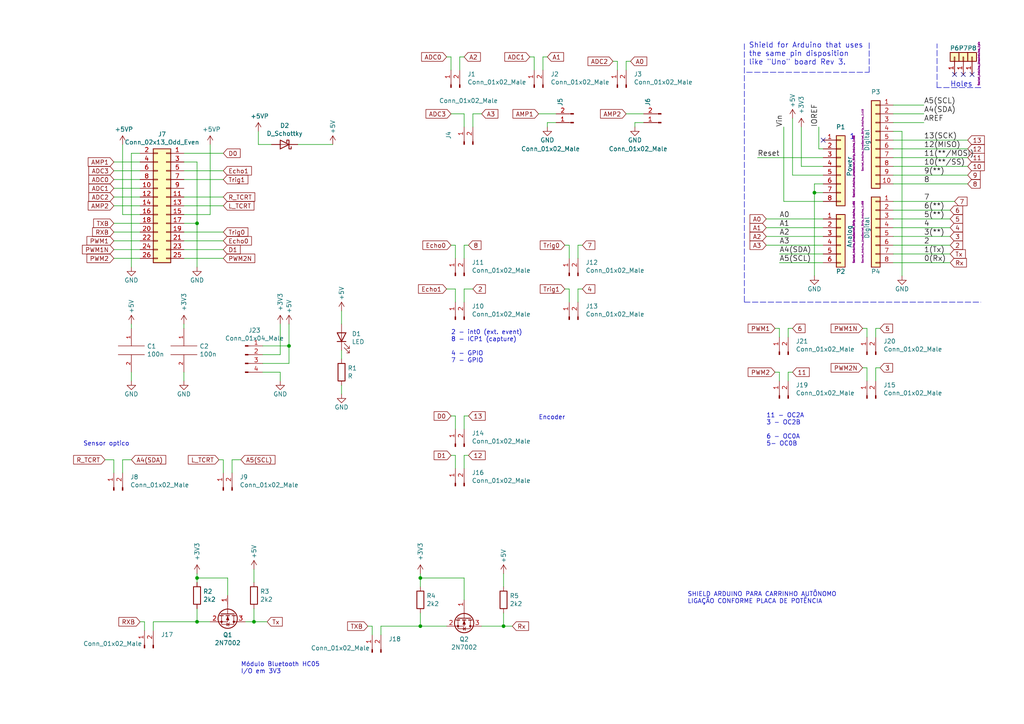
<source format=kicad_sch>
(kicad_sch (version 20231120) (generator "eeschema") (generator_version "8.0")
  (paper "A4")
  (title_block (date "lun. 30 mars 2015"))
  (lib_symbols
    (symbol "Connector:Conn_01x02_Male" (pin_names (offset 1.016) hide)
      (property "Reference" "J" (at 0 2.54 0))
      (property "Value" "Conn_01x02_Male" (at 0 -5.08 0))
      (symbol "Conn_01x02_Male_1_1"
        (pin passive line (at 5.08 0 180) (length 3.81) (name "Pin_1") (number "1"))
        (pin passive line (at 5.08 -2.54 180) (length 3.81) (name "Pin_2") (number "2"))
      )
    )
    (symbol "Connector:Conn_01x04_Male" (pin_names (offset 1.016) hide)
      (property "Reference" "J" (at 0 5.08 0))
      (property "Value" "Conn_01x04_Male" (at 0 -7.62 0))
      (symbol "Conn_01x04_Male_1_1"
        (pin passive line (at 5.08 2.54 180) (length 3.81) (name "Pin_1") (number "1"))
        (pin passive line (at 5.08 0 180) (length 3.81) (name "Pin_2") (number "2"))
        (pin passive line (at 5.08 -2.54 180) (length 3.81) (name "Pin_3") (number "3"))
        (pin passive line (at 5.08 -5.08 180) (length 3.81) (name "Pin_4") (number "4"))
      )
    )
    (symbol "Connector_Generic:Conn_01x01" (pin_names (offset 1.016) hide)
      (property "Reference" "J" (at 0 2.54 0))
      (property "Value" "Conn_01x01" (at 0 -2.54 0))
      (symbol "Conn_01x01_1_1"
        (pin passive line (at -5.08 0 0) (length 3.81) (name "Pin_1") (number "1"))
      )
    )
    (symbol "Connector_Generic:Conn_01x06" (pin_names (offset 1.016) hide)
      (property "Reference" "J" (at 0 7.62 0))
      (property "Value" "Conn_01x06" (at 0 -10.16 0))
      (symbol "Conn_01x06_1_1"
        (pin passive line (at -5.08 5.08 0) (length 3.81) (name "Pin_1") (number "1"))
        (pin passive line (at -5.08 2.54 0) (length 3.81) (name "Pin_2") (number "2"))
        (pin passive line (at -5.08 0 0) (length 3.81) (name "Pin_3") (number "3"))
        (pin passive line (at -5.08 -2.54 0) (length 3.81) (name "Pin_4") (number "4"))
        (pin passive line (at -5.08 -5.08 0) (length 3.81) (name "Pin_5") (number "5"))
        (pin passive line (at -5.08 -7.62 0) (length 3.81) (name "Pin_6") (number "6"))
      )
    )
    (symbol "Connector_Generic:Conn_01x08" (pin_names (offset 1.016) hide)
      (property "Reference" "J" (at 0 10.16 0))
      (property "Value" "Conn_01x08" (at 0 -12.7 0))
      (symbol "Conn_01x08_1_1"
        (pin passive line (at -5.08 7.62 0) (length 3.81) (name "Pin_1") (number "1"))
        (pin passive line (at -5.08 5.08 0) (length 3.81) (name "Pin_2") (number "2"))
        (pin passive line (at -5.08 2.54 0) (length 3.81) (name "Pin_3") (number "3"))
        (pin passive line (at -5.08 0 0) (length 3.81) (name "Pin_4") (number "4"))
        (pin passive line (at -5.08 -2.54 0) (length 3.81) (name "Pin_5") (number "5"))
        (pin passive line (at -5.08 -5.08 0) (length 3.81) (name "Pin_6") (number "6"))
        (pin passive line (at -5.08 -7.62 0) (length 3.81) (name "Pin_7") (number "7"))
        (pin passive line (at -5.08 -10.16 0) (length 3.81) (name "Pin_8") (number "8"))
      )
    )
    (symbol "Connector_Generic:Conn_01x10" (pin_names (offset 1.016) hide)
      (property "Reference" "J" (at 0 12.7 0))
      (property "Value" "Conn_01x10" (at 0 -15.24 0))
      (symbol "Conn_01x10_1_1"
        (pin passive line (at -5.08 10.16 0) (length 3.81) (name "Pin_1") (number "1"))
        (pin passive line (at -5.08 -12.7 0) (length 3.81) (name "Pin_10") (number "10"))
        (pin passive line (at -5.08 7.62 0) (length 3.81) (name "Pin_2") (number "2"))
        (pin passive line (at -5.08 5.08 0) (length 3.81) (name "Pin_3") (number "3"))
        (pin passive line (at -5.08 2.54 0) (length 3.81) (name "Pin_4") (number "4"))
        (pin passive line (at -5.08 0 0) (length 3.81) (name "Pin_5") (number "5"))
        (pin passive line (at -5.08 -2.54 0) (length 3.81) (name "Pin_6") (number "6"))
        (pin passive line (at -5.08 -5.08 0) (length 3.81) (name "Pin_7") (number "7"))
        (pin passive line (at -5.08 -7.62 0) (length 3.81) (name "Pin_8") (number "8"))
        (pin passive line (at -5.08 -10.16 0) (length 3.81) (name "Pin_9") (number "9"))
      )
    )
    (symbol "Connector_Generic:Conn_02x13_Odd_Even" (pin_names (offset 1.016) hide)
      (property "Reference" "J" (at 1.27 17.78 0))
      (property "Value" "Conn_02x13_Odd_Even" (at 1.27 -17.78 0))
      (symbol "Conn_02x13_Odd_Even_1_1"
        (pin passive line (at -5.08 15.24 0) (length 3.81) (name "Pin_1") (number "1"))
        (pin passive line (at 7.62 5.08 180) (length 3.81) (name "Pin_10") (number "10"))
        (pin passive line (at -5.08 2.54 0) (length 3.81) (name "Pin_11") (number "11"))
        (pin passive line (at 7.62 2.54 180) (length 3.81) (name "Pin_12") (number "12"))
        (pin passive line (at -5.08 0 0) (length 3.81) (name "Pin_13") (number "13"))
        (pin passive line (at 7.62 0 180) (length 3.81) (name "Pin_14") (number "14"))
        (pin passive line (at -5.08 -2.54 0) (length 3.81) (name "Pin_15") (number "15"))
        (pin passive line (at 7.62 -2.54 180) (length 3.81) (name "Pin_16") (number "16"))
        (pin passive line (at -5.08 -5.08 0) (length 3.81) (name "Pin_17") (number "17"))
        (pin passive line (at 7.62 -5.08 180) (length 3.81) (name "Pin_18") (number "18"))
        (pin passive line (at -5.08 -7.62 0) (length 3.81) (name "Pin_19") (number "19"))
        (pin passive line (at 7.62 15.24 180) (length 3.81) (name "Pin_2") (number "2"))
        (pin passive line (at 7.62 -7.62 180) (length 3.81) (name "Pin_20") (number "20"))
        (pin passive line (at -5.08 -10.16 0) (length 3.81) (name "Pin_21") (number "21"))
        (pin passive line (at 7.62 -10.16 180) (length 3.81) (name "Pin_22") (number "22"))
        (pin passive line (at -5.08 -12.7 0) (length 3.81) (name "Pin_23") (number "23"))
        (pin passive line (at 7.62 -12.7 180) (length 3.81) (name "Pin_24") (number "24"))
        (pin passive line (at -5.08 -15.24 0) (length 3.81) (name "Pin_25") (number "25"))
        (pin passive line (at 7.62 -15.24 180) (length 3.81) (name "Pin_26") (number "26"))
        (pin passive line (at -5.08 12.7 0) (length 3.81) (name "Pin_3") (number "3"))
        (pin passive line (at 7.62 12.7 180) (length 3.81) (name "Pin_4") (number "4"))
        (pin passive line (at -5.08 10.16 0) (length 3.81) (name "Pin_5") (number "5"))
        (pin passive line (at 7.62 10.16 180) (length 3.81) (name "Pin_6") (number "6"))
        (pin passive line (at -5.08 7.62 0) (length 3.81) (name "Pin_7") (number "7"))
        (pin passive line (at 7.62 7.62 180) (length 3.81) (name "Pin_8") (number "8"))
        (pin passive line (at -5.08 5.08 0) (length 3.81) (name "Pin_9") (number "9"))
      )
    )
    (symbol "Device:D_Schottky" (pin_numbers hide) (pin_names (offset 1.016) hide)
      (property "Reference" "D" (at 0 2.54 0))
      (property "Value" "D_Schottky" (at 0 -2.54 0))
      (symbol "D_Schottky_1_1"
        (pin passive line (at -3.81 0 0) (length 2.54) (name "K") (number "1"))
        (pin passive line (at 3.81 0 180) (length 2.54) (name "A") (number "2"))
      )
    )
    (symbol "Device:LED" (pin_numbers hide) (pin_names (offset 1.016) hide)
      (property "Reference" "D" (at 0 2.54 0))
      (property "Value" "LED" (at 0 -2.54 0))
      (symbol "LED_1_1"
        (pin passive line (at -3.81 0 0) (length 2.54) (name "K") (number "1"))
        (pin passive line (at 3.81 0 180) (length 2.54) (name "A") (number "2"))
      )
    )
    (symbol "Device:R" (pin_numbers hide) (pin_names (offset 0))
      (property "Reference" "R" (at 2.032 0 90))
      (property "Value" "R" (at 0 0 90))
      (symbol "R_1_1"
        (pin passive line (at 0 3.81 270) (length 1.27) (name "~") (number "1"))
        (pin passive line (at 0 -3.81 90) (length 1.27) (name "~") (number "2"))
      )
    )
    (symbol "Transistor_FET:2N7002" (pin_names hide)
      (property "Reference" "Q" (at 5.08 1.905 0))
      (property "Value" "2N7002" (at 5.08 0 0))
      (symbol "2N7002_1_1"
        (pin input line (at -5.08 0 0) (length 2.54) (name "G") (number "1"))
        (pin passive line (at 2.54 -5.08 90) (length 2.54) (name "S") (number "2"))
        (pin passive line (at 2.54 5.08 270) (length 2.54) (name "D") (number "3"))
      )
    )
    (symbol "power:+3.3V" (power) (pin_names (offset 0))
      (property "Value" "+3.3V" (at 0 3.556 0))
      (symbol "+3.3V_1_1"
        (pin power_in line (at 0 0 90) (length 0) hide (name "+3V3") (number "1"))
      )
    )
    (symbol "power:+5V" (power) (pin_names (offset 0))
      (property "Value" "+5V" (at 0 3.556 0))
      (symbol "+5V_1_1"
        (pin power_in line (at 0 0 90) (length 0) hide (name "+5V") (number "1"))
      )
    )
    (symbol "power:+5VP" (power) (pin_names (offset 0))
      (property "Value" "+5VP" (at 0 3.556 0))
      (symbol "+5VP_1_1"
        (pin power_in line (at 0 0 90) (length 0) hide (name "+5VP") (number "1"))
      )
    )
    (symbol "power:GND" (power) (pin_names (offset 0))
      (property "Value" "GND" (at 0 -3.81 0))
      (symbol "GND_1_1"
        (pin power_in line (at 0 0 270) (length 0) hide (name "GND") (number "1"))
      )
    )
    (symbol "pspice:CAP" (pin_names (offset 0.254))
      (property "Reference" "C" (at 2.54 3.81 90))
      (property "Value" "CAP" (at 2.54 -3.81 90))
      (symbol "CAP_1_1"
        (pin passive line (at 0 6.35 270) (length 5.08) (name "~") (number "1"))
        (pin passive line (at 0 -6.35 90) (length 5.08) (name "~") (number "2"))
      )
    )
  )
  (junction (at 146.05 181.61))
  (junction (at 121.92 167.64))
  (junction (at 57.15 167.64))
  (junction (at 73.66 180.34))
  (junction (at 57.15 180.34))
  (junction (at 83.82 100.33))
  (junction (at 57.15 64.77))
  (junction (at 236.22 55.88))
  (junction (at 121.92 181.61))
  (no_connect (at 276.86 21.59))
  (no_connect (at 238.76 40.64))
  (no_connect (at 281.94 21.59))
  (no_connect (at 279.4 21.59))
  (wire (pts (xy 44.45 180.34) (xy 44.45 182.88)))
  (wire (pts (xy 158.75 35.56) (xy 161.29 35.56)))
  (wire (pts (xy 107.95 181.61) (xy 107.95 184.15)))
  (wire (pts (xy 40.64 64.77) (xy 33.02 64.77)))
  (wire (pts (xy 121.92 166.37) (xy 121.92 167.64)))
  (wire (pts (xy 259.08 38.1) (xy 261.62 38.1)))
  (wire (pts (xy 254 95.25) (xy 254 97.79)))
  (wire (pts (xy 76.2 102.87) (xy 81.28 102.87)))
  (polyline (pts (xy 215.9 87.63) (xy 284.48 87.63)) (stroke (width 0) (type dash)))
  (wire (pts (xy 129.54 181.61) (xy 121.92 181.61)))
  (wire (pts (xy 35.56 133.35) (xy 35.56 137.16)))
  (wire (pts (xy 129.54 16.51) (xy 130.81 16.51)))
  (wire (pts (xy 40.64 62.23) (xy 35.56 62.23)))
  (wire (pts (xy 132.08 132.08) (xy 132.08 135.89)))
  (wire (pts (xy 38.1 93.98) (xy 38.1 95.25)))
  (wire (pts (xy 66.04 167.64) (xy 66.04 172.72)))
  (wire (pts (xy 238.76 58.42) (xy 227.33 58.42)))
  (wire (pts (xy 238.76 45.72) (xy 219.71 45.72)))
  (wire (pts (xy 132.08 83.82) (xy 129.54 83.82)))
  (wire (pts (xy 224.79 107.95) (xy 226.06 107.95)))
  (wire (pts (xy 64.77 67.31) (xy 53.34 67.31)))
  (wire (pts (xy 228.6 107.95) (xy 228.6 110.49)))
  (wire (pts (xy 130.81 132.08) (xy 132.08 132.08)))
  (wire (pts (xy 238.76 53.34) (xy 236.22 53.34)))
  (wire (pts (xy 130.81 16.51) (xy 130.81 20.32)))
  (wire (pts (xy 78.74 41.91) (xy 74.93 41.91)))
  (wire (pts (xy 76.2 105.41) (xy 83.82 105.41)))
  (wire (pts (xy 57.15 168.91) (xy 57.15 167.64)))
  (wire (pts (xy 168.91 83.82) (xy 167.64 83.82)))
  (wire (pts (xy 238.76 55.88) (xy 236.22 55.88)))
  (wire (pts (xy 40.64 180.34) (xy 41.91 180.34)))
  (wire (pts (xy 33.02 74.93) (xy 40.64 74.93)))
  (wire (pts (xy 86.36 41.91) (xy 96.52 41.91)))
  (wire (pts (xy 261.62 38.1) (xy 261.62 80.01)))
  (wire (pts (xy 83.82 105.41) (xy 83.82 100.33)))
  (wire (pts (xy 99.06 101.6) (xy 99.06 104.14)))
  (wire (pts (xy 177.8 17.78) (xy 179.07 17.78)))
  (wire (pts (xy 259.08 50.8) (xy 280.67 50.8)))
  (wire (pts (xy 57.15 64.77) (xy 57.15 77.47)))
  (wire (pts (xy 259.08 71.12) (xy 275.59 71.12)))
  (wire (pts (xy 53.34 52.07) (xy 64.77 52.07)))
  (wire (pts (xy 135.89 132.08) (xy 134.62 132.08)))
  (wire (pts (xy 57.15 46.99) (xy 57.15 64.77)))
  (wire (pts (xy 157.48 16.51) (xy 157.48 20.32)))
  (wire (pts (xy 134.62 83.82) (xy 134.62 87.63)))
  (wire (pts (xy 154.94 16.51) (xy 154.94 20.32)))
  (wire (pts (xy 67.31 133.35) (xy 67.31 137.16)))
  (wire (pts (xy 64.77 44.45) (xy 53.34 44.45)))
  (wire (pts (xy 71.12 180.34) (xy 73.66 180.34)))
  (wire (pts (xy 38.1 77.47) (xy 38.1 44.45)))
  (wire (pts (xy 259.08 68.58) (xy 275.59 68.58)))
  (wire (pts (xy 81.28 107.95) (xy 81.28 110.49)))
  (polyline (pts (xy 271.78 25.4) (xy 271.78 12.7)) (stroke (width 0) (type dash)))
  (wire (pts (xy 250.19 106.68) (xy 251.46 106.68)))
  (wire (pts (xy 99.06 90.17) (xy 99.06 93.98)))
  (wire (pts (xy 53.34 62.23) (xy 60.96 62.23)))
  (wire (pts (xy 250.19 95.25) (xy 251.46 95.25)))
  (wire (pts (xy 53.34 69.85) (xy 64.77 69.85)))
  (wire (pts (xy 53.34 46.99) (xy 57.15 46.99)))
  (wire (pts (xy 167.64 83.82) (xy 167.64 87.63)))
  (wire (pts (xy 259.08 48.26) (xy 280.67 48.26)))
  (wire (pts (xy 238.76 73.66) (xy 226.06 73.66)))
  (wire (pts (xy 33.02 49.53) (xy 40.64 49.53)))
  (wire (pts (xy 137.16 83.82) (xy 134.62 83.82)))
  (wire (pts (xy 237.49 36.83) (xy 237.49 43.18)))
  (wire (pts (xy 238.76 76.2) (xy 226.06 76.2)))
  (wire (pts (xy 33.02 46.99) (xy 40.64 46.99)))
  (wire (pts (xy 259.08 73.66) (xy 275.59 73.66)))
  (wire (pts (xy 121.92 177.8) (xy 121.92 181.61)))
  (wire (pts (xy 139.7 33.02) (xy 137.16 33.02)))
  (wire (pts (xy 132.08 120.65) (xy 132.08 124.46)))
  (wire (pts (xy 259.08 35.56) (xy 267.97 35.56)))
  (wire (pts (xy 53.34 93.98) (xy 53.34 95.25)))
  (wire (pts (xy 53.34 64.77) (xy 57.15 64.77)))
  (wire (pts (xy 134.62 71.12) (xy 135.89 71.12)))
  (polyline (pts (xy 216.535 20.955) (xy 252.095 20.955)) (stroke (width 0) (type dash)))
  (wire (pts (xy 222.25 66.04) (xy 238.76 66.04)))
  (wire (pts (xy 130.81 120.65) (xy 132.08 120.65)))
  (wire (pts (xy 238.76 48.26) (xy 232.41 48.26)))
  (wire (pts (xy 222.25 68.58) (xy 238.76 68.58)))
  (wire (pts (xy 182.88 17.78) (xy 181.61 17.78)))
  (wire (pts (xy 74.93 41.91) (xy 74.93 38.1)))
  (wire (pts (xy 130.81 71.12) (xy 132.08 71.12)))
  (wire (pts (xy 33.02 67.31) (xy 40.64 67.31)))
  (wire (pts (xy 57.15 180.34) (xy 57.15 176.53)))
  (wire (pts (xy 99.06 111.76) (xy 99.06 114.3)))
  (wire (pts (xy 259.08 60.96) (xy 275.59 60.96)))
  (wire (pts (xy 33.02 54.61) (xy 40.64 54.61)))
  (wire (pts (xy 132.08 71.12) (xy 132.08 74.93)))
  (wire (pts (xy 259.08 66.04) (xy 275.59 66.04)))
  (wire (pts (xy 259.08 45.72) (xy 280.67 45.72)))
  (wire (pts (xy 57.15 167.64) (xy 57.15 166.37)))
  (wire (pts (xy 53.34 107.95) (xy 53.34 110.49)))
  (wire (pts (xy 229.87 50.8) (xy 229.87 34.29)))
  (wire (pts (xy 38.1 107.95) (xy 38.1 110.49)))
  (wire (pts (xy 33.02 59.69) (xy 40.64 59.69)))
  (wire (pts (xy 146.05 181.61) (xy 146.05 177.8)))
  (wire (pts (xy 53.34 57.15) (xy 64.77 57.15)))
  (wire (pts (xy 137.16 33.02) (xy 137.16 36.83)))
  (wire (pts (xy 134.62 33.02) (xy 134.62 36.83)))
  (wire (pts (xy 40.64 72.39) (xy 33.02 72.39)))
  (wire (pts (xy 134.62 120.65) (xy 134.62 124.46)))
  (wire (pts (xy 60.96 62.23) (xy 60.96 41.91)))
  (polyline (pts (xy 284.48 25.4) (xy 271.78 25.4)) (stroke (width 0) (type dash)))
  (wire (pts (xy 232.41 48.26) (xy 232.41 36.83)))
  (wire (pts (xy 259.08 58.42) (xy 276.86 58.42)))
  (wire (pts (xy 134.62 132.08) (xy 134.62 135.89)))
  (wire (pts (xy 64.77 72.39) (xy 53.34 72.39)))
  (wire (pts (xy 259.08 33.02) (xy 267.97 33.02)))
  (wire (pts (xy 35.56 62.23) (xy 35.56 41.91)))
  (wire (pts (xy 121.92 167.64) (xy 134.62 167.64)))
  (wire (pts (xy 57.15 167.64) (xy 66.04 167.64)))
  (wire (pts (xy 226.06 95.25) (xy 226.06 97.79)))
  (wire (pts (xy 227.33 58.42) (xy 227.33 36.83)))
  (wire (pts (xy 163.83 83.82) (xy 165.1 83.82)))
  (wire (pts (xy 53.34 59.69) (xy 64.77 59.69)))
  (wire (pts (xy 76.2 100.33) (xy 83.82 100.33)))
  (wire (pts (xy 81.28 102.87) (xy 81.28 93.98)))
  (wire (pts (xy 259.08 53.34) (xy 280.67 53.34)))
  (wire (pts (xy 130.81 33.02) (xy 134.62 33.02)))
  (wire (pts (xy 38.1 44.45) (xy 40.64 44.45)))
  (wire (pts (xy 236.22 53.34) (xy 236.22 55.88)))
  (wire (pts (xy 181.61 33.02) (xy 186.69 33.02)))
  (wire (pts (xy 255.27 95.25) (xy 254 95.25)))
  (wire (pts (xy 35.56 133.35) (xy 38.1 133.35)))
  (wire (pts (xy 259.08 43.18) (xy 280.67 43.18)))
  (wire (pts (xy 41.91 180.34) (xy 41.91 182.88)))
  (wire (pts (xy 134.62 74.93) (xy 134.62 71.12)))
  (wire (pts (xy 64.77 49.53) (xy 53.34 49.53)))
  (wire (pts (xy 153.67 16.51) (xy 154.94 16.51)))
  (wire (pts (xy 73.66 180.34) (xy 73.66 176.53)))
  (wire (pts (xy 106.68 181.61) (xy 107.95 181.61)))
  (wire (pts (xy 237.49 43.18) (xy 238.76 43.18)))
  (wire (pts (xy 53.34 74.93) (xy 64.77 74.93)))
  (wire (pts (xy 64.77 133.35) (xy 64.77 137.16)))
  (wire (pts (xy 167.64 74.93) (xy 167.64 71.12)))
  (wire (pts (xy 259.08 40.64) (xy 280.67 40.64)))
  (wire (pts (xy 167.64 71.12) (xy 168.91 71.12)))
  (wire (pts (xy 184.15 36.83) (xy 184.15 35.56)))
  (wire (pts (xy 229.87 107.95) (xy 228.6 107.95)))
  (wire (pts (xy 110.49 181.61) (xy 110.49 184.15)))
  (wire (pts (xy 222.25 63.5) (xy 238.76 63.5)))
  (polyline (pts (xy 252.095 20.955) (xy 252.095 12.065)) (stroke (width 0) (type dash)))
  (wire (pts (xy 146.05 166.37) (xy 146.05 170.18)))
  (wire (pts (xy 229.87 95.25) (xy 228.6 95.25)))
  (wire (pts (xy 33.02 133.35) (xy 33.02 137.16)))
  (wire (pts (xy 226.06 107.95) (xy 226.06 110.49)))
  (wire (pts (xy 30.48 133.35) (xy 33.02 133.35)))
  (wire (pts (xy 156.21 33.02) (xy 161.29 33.02)))
  (wire (pts (xy 133.35 16.51) (xy 133.35 20.32)))
  (wire (pts (xy 76.2 107.95) (xy 81.28 107.95)))
  (wire (pts (xy 184.15 35.56) (xy 186.69 35.56)))
  (wire (pts (xy 134.62 167.64) (xy 134.62 173.99)))
  (wire (pts (xy 121.92 167.64) (xy 121.92 170.18)))
  (wire (pts (xy 165.1 83.82) (xy 165.1 87.63)))
  (wire (pts (xy 132.08 87.63) (xy 132.08 83.82)))
  (wire (pts (xy 238.76 50.8) (xy 229.87 50.8)))
  (wire (pts (xy 259.08 30.48) (xy 267.97 30.48)))
  (wire (pts (xy 251.46 106.68) (xy 251.46 110.49)))
  (wire (pts (xy 259.08 76.2) (xy 275.59 76.2)))
  (wire (pts (xy 146.05 181.61) (xy 148.59 181.61)))
  (wire (pts (xy 139.7 181.61) (xy 146.05 181.61)))
  (wire (pts (xy 134.62 16.51) (xy 133.35 16.51)))
  (wire (pts (xy 251.46 95.25) (xy 251.46 97.79)))
  (wire (pts (xy 110.49 181.61) (xy 121.92 181.61)))
  (wire (pts (xy 83.82 100.33) (xy 83.82 93.98)))
  (wire (pts (xy 63.5 133.35) (xy 64.77 133.35)))
  (wire (pts (xy 135.89 120.65) (xy 134.62 120.65)))
  (wire (pts (xy 33.02 52.07) (xy 40.64 52.07)))
  (wire (pts (xy 236.22 55.88) (xy 236.22 80.01)))
  (wire (pts (xy 33.02 69.85) (xy 40.64 69.85)))
  (wire (pts (xy 163.83 71.12) (xy 165.1 71.12)))
  (wire (pts (xy 255.27 106.68) (xy 254 106.68)))
  (wire (pts (xy 40.64 57.15) (xy 33.02 57.15)))
  (wire (pts (xy 44.45 180.34) (xy 57.15 180.34)))
  (polyline (pts (xy 215.9 12.7) (xy 215.9 87.63)) (stroke (width 0) (type dash)))
  (wire (pts (xy 165.1 71.12) (xy 165.1 74.93)))
  (wire (pts (xy 60.96 180.34) (xy 57.15 180.34)))
  (wire (pts (xy 73.66 180.34) (xy 77.47 180.34)))
  (wire (pts (xy 222.25 71.12) (xy 238.76 71.12)))
  (wire (pts (xy 181.61 17.78) (xy 181.61 20.32)))
  (wire (pts (xy 73.66 168.91) (xy 73.66 165.1)))
  (wire (pts (xy 254 106.68) (xy 254 110.49)))
  (wire (pts (xy 259.08 63.5) (xy 275.59 63.5)))
  (wire (pts (xy 179.07 17.78) (xy 179.07 20.32)))
  (wire (pts (xy 158.75 16.51) (xy 157.48 16.51)))
  (wire (pts (xy 224.79 95.25) (xy 226.06 95.25)))
  (wire (pts (xy 228.6 95.25) (xy 228.6 97.79)))
  (wire (pts (xy 158.75 36.83) (xy 158.75 35.56)))
  (wire (pts (xy 69.85 133.35) (xy 67.31 133.35)))
  (text "11 - OC2A\n3 - OC2B\n\n6 - OC0A\n5- OC0B" (at 222.25 129.54 0) (effects (font (size 1.27 1.27)) (justify left bottom)))
  (text "1" (at 246.38 40.64 0) (effects (font (size 1.524 1.524)) (justify left bottom)))
  (text "Módulo Bluetooth HC05\nI/O em 3V3" (at 69.85 195.58 0) (effects (font (size 1.27 1.27)) (justify left bottom)))
  (text "SHIELD ARDUINO PARA CARRINHO AUTÔNOMO\nLIGAÇÃO CONFORME PLACA DE POTÊNCIA" (at 199.39 175.26 0) (effects (font (size 1.27 1.27)) (justify left bottom)))
  (text "2 - int0 (ext. event)\n8 - ICP1 (capture)\n\n4 - GPIO\n7 - GPIO " (at 130.81 105.41 0) (effects (font (size 1.27 1.27)) (justify left bottom)))
  (text "Encoder" (at 156.21 121.92 0) (effects (font (size 1.27 1.27)) (justify left bottom)))
  (text "Shield for Arduino that uses\nthe same pin disposition\nlike \"Uno\" board Rev 3." (at 217.17 19.05 0) (effects (font (size 1.524 1.524)) (justify left bottom)))
  (text "Sensor optico" (at 24.13 129.54 0) (effects (font (size 1.27 1.27)) (justify left bottom)))
  (text "Holes" (at 275.59 25.4 0) (effects (font (size 1.524 1.524)) (justify left bottom)))
  (label "4" (at 267.97 66.04 0) (effects (font (size 1.524 1.524))))
  (label "1(Tx)" (at 267.97 73.66 0) (effects (font (size 1.524 1.524))))
  (label "IOREF" (at 237.49 36.83 90) (effects (font (size 1.524 1.524))))
  (label "A5(SCL)" (at 267.97 30.48 0) (effects (font (size 1.524 1.524))))
  (label "A1" (at 226.06 66.04 0) (effects (font (size 1.524 1.524))))
  (label "A4(SDA)" (at 267.97 33.02 0) (effects (font (size 1.524 1.524))))
  (label "A0" (at 226.06 63.5 0) (effects (font (size 1.524 1.524))))
  (label "A2" (at 226.06 68.58 0) (effects (font (size 1.524 1.524))))
  (label "6(**)" (at 267.97 60.96 0) (effects (font (size 1.524 1.524))))
  (label "0(Rx)" (at 267.97 76.2 0) (effects (font (size 1.524 1.524))))
  (label "8" (at 267.97 53.34 0) (effects (font (size 1.524 1.524))))
  (label "A4(SDA)" (at 226.06 73.66 0) (effects (font (size 1.524 1.524))))
  (label "Vin" (at 227.33 36.83 90) (effects (font (size 1.524 1.524))))
  (label "A3" (at 226.06 71.12 0) (effects (font (size 1.524 1.524))))
  (label "3(**)" (at 267.97 68.58 0) (effects (font (size 1.524 1.524))))
  (label "7" (at 267.97 58.42 0) (effects (font (size 1.524 1.524))))
  (label "A5(SCL)" (at 226.06 76.2 0) (effects (font (size 1.524 1.524))))
  (label "5(**)" (at 267.97 63.5 0) (effects (font (size 1.524 1.524))))
  (label "Reset" (at 219.71 45.72 0) (effects (font (size 1.524 1.524))))
  (label "2" (at 267.97 71.12 0) (effects (font (size 1.524 1.524))))
  (label "13(SCK)" (at 267.97 40.64 0) (effects (font (size 1.524 1.524))))
  (label "10(**/SS)" (at 267.97 48.26 0) (effects (font (size 1.524 1.524))))
  (label "AREF" (at 267.97 35.56 0) (effects (font (size 1.524 1.524))))
  (label "12(MISO)" (at 267.97 43.18 0) (effects (font (size 1.524 1.524))))
  (label "9(**)" (at 267.97 50.8 0) (effects (font (size 1.524 1.524))))
  (label "11(**/MOSI)" (at 267.97 45.72 0) (effects (font (size 1.524 1.524))))
  (global_label "12" (shape input) (at 135.89 132.08 0) (property "Intersheetrefs" "${INTERSHEET_REFS}" (effects (hide yes))))
  (global_label "A1" (shape input) (at 222.25 66.04 180) (property "Intersheetrefs" "${INTERSHEET_REFS}" (effects (hide yes))))
  (global_label "TXB" (shape input) (at 33.02 64.77 180) (property "Intersheetrefs" "${INTERSHEET_REFS}" (effects (hide yes))))
  (global_label "PWM2N" (shape input) (at 250.19 106.68 180) (property "Intersheetrefs" "${INTERSHEET_REFS}" (effects (hide yes))))
  (global_label "R_TCRT" (shape input) (at 30.48 133.35 180) (property "Intersheetrefs" "${INTERSHEET_REFS}" (effects (hide yes))))
  (global_label "4" (shape input) (at 275.59 66.04 0) (property "Intersheetrefs" "${INTERSHEET_REFS}" (effects (hide yes))))
  (global_label "5" (shape input) (at 275.59 63.5 0) (property "Intersheetrefs" "${INTERSHEET_REFS}" (effects (hide yes))))
  (global_label "ADC3" (shape input) (at 130.81 33.02 180) (property "Intersheetrefs" "${INTERSHEET_REFS}" (effects (hide yes))))
  (global_label "12" (shape input) (at 280.67 43.18 0) (property "Intersheetrefs" "${INTERSHEET_REFS}" (effects (hide yes))))
  (global_label "4" (shape input) (at 168.91 83.82 0) (property "Intersheetrefs" "${INTERSHEET_REFS}" (effects (hide yes))))
  (global_label "11" (shape input) (at 229.87 107.95 0) (property "Intersheetrefs" "${INTERSHEET_REFS}" (effects (hide yes))))
  (global_label "8" (shape input) (at 280.67 53.34 0) (property "Intersheetrefs" "${INTERSHEET_REFS}" (effects (hide yes))))
  (global_label "A4(SDA)" (shape input) (at 38.1 133.35 0) (property "Intersheetrefs" "${INTERSHEET_REFS}" (effects (hide yes))))
  (global_label "ADC3" (shape input) (at 33.02 49.53 180) (property "Intersheetrefs" "${INTERSHEET_REFS}" (effects (hide yes))))
  (global_label "Echo0" (shape input) (at 130.81 71.12 180) (property "Intersheetrefs" "${INTERSHEET_REFS}" (effects (hide yes))))
  (global_label "L_TCRT" (shape input) (at 64.77 59.69 0) (property "Intersheetrefs" "${INTERSHEET_REFS}" (effects (hide yes))))
  (global_label "AMP1" (shape input) (at 33.02 46.99 180) (property "Intersheetrefs" "${INTERSHEET_REFS}" (effects (hide yes))))
  (global_label "ADC2" (shape input) (at 177.8 17.78 180) (property "Intersheetrefs" "${INTERSHEET_REFS}" (effects (hide yes))))
  (global_label "ADC0" (shape input) (at 33.02 52.07 180) (property "Intersheetrefs" "${INTERSHEET_REFS}" (effects (hide yes))))
  (global_label "2" (shape input) (at 275.59 71.12 0) (property "Intersheetrefs" "${INTERSHEET_REFS}" (effects (hide yes))))
  (global_label "TXB" (shape input) (at 106.68 181.61 180) (property "Intersheetrefs" "${INTERSHEET_REFS}" (effects (hide yes))))
  (global_label "A3" (shape input) (at 222.25 71.12 180) (property "Intersheetrefs" "${INTERSHEET_REFS}" (effects (hide yes))))
  (global_label "A0" (shape input) (at 222.25 63.5 180) (property "Intersheetrefs" "${INTERSHEET_REFS}" (effects (hide yes))))
  (global_label "PWM1N" (shape input) (at 33.02 72.39 180) (property "Intersheetrefs" "${INTERSHEET_REFS}" (effects (hide yes))))
  (global_label "9" (shape input) (at 280.67 50.8 0) (property "Intersheetrefs" "${INTERSHEET_REFS}" (effects (hide yes))))
  (global_label "7" (shape input) (at 168.91 71.12 0) (property "Intersheetrefs" "${INTERSHEET_REFS}" (effects (hide yes))))
  (global_label "Trig1" (shape input) (at 163.83 83.82 180) (property "Intersheetrefs" "${INTERSHEET_REFS}" (effects (hide yes))))
  (global_label "PWM2N" (shape input) (at 64.77 74.93 0) (property "Intersheetrefs" "${INTERSHEET_REFS}" (effects (hide yes))))
  (global_label "8" (shape input) (at 135.89 71.12 0) (property "Intersheetrefs" "${INTERSHEET_REFS}" (effects (hide yes))))
  (global_label "2" (shape input) (at 137.16 83.82 0) (property "Intersheetrefs" "${INTERSHEET_REFS}" (effects (hide yes))))
  (global_label "6" (shape input) (at 229.87 95.25 0) (property "Intersheetrefs" "${INTERSHEET_REFS}" (effects (hide yes))))
  (global_label "Rx" (shape input) (at 148.59 181.61 0) (property "Intersheetrefs" "${INTERSHEET_REFS}" (effects (hide yes))))
  (global_label "A5(SCL)" (shape input) (at 69.85 133.35 0) (property "Intersheetrefs" "${INTERSHEET_REFS}" (effects (hide yes))))
  (global_label "Rx" (shape input) (at 275.59 76.2 0) (property "Intersheetrefs" "${INTERSHEET_REFS}" (effects (hide yes))))
  (global_label "13" (shape input) (at 135.89 120.65 0) (property "Intersheetrefs" "${INTERSHEET_REFS}" (effects (hide yes))))
  (global_label "ADC1" (shape input) (at 153.67 16.51 180) (property "Intersheetrefs" "${INTERSHEET_REFS}" (effects (hide yes))))
  (global_label "RXB" (shape input) (at 40.64 180.34 180) (property "Intersheetrefs" "${INTERSHEET_REFS}" (effects (hide yes))))
  (global_label "3" (shape input) (at 275.59 68.58 0) (property "Intersheetrefs" "${INTERSHEET_REFS}" (effects (hide yes))))
  (global_label "7" (shape input) (at 276.86 58.42 0) (property "Intersheetrefs" "${INTERSHEET_REFS}" (effects (hide yes))))
  (global_label "D1" (shape input) (at 130.81 132.08 180) (property "Intersheetrefs" "${INTERSHEET_REFS}" (effects (hide yes))))
  (global_label "A3" (shape input) (at 139.7 33.02 0) (property "Intersheetrefs" "${INTERSHEET_REFS}" (effects (hide yes))))
  (global_label "D0" (shape input) (at 64.77 44.45 0) (property "Intersheetrefs" "${INTERSHEET_REFS}" (effects (hide yes))))
  (global_label "A1" (shape input) (at 158.75 16.51 0) (property "Intersheetrefs" "${INTERSHEET_REFS}" (effects (hide yes))))
  (global_label "Trig0" (shape input) (at 163.83 71.12 180) (property "Intersheetrefs" "${INTERSHEET_REFS}" (effects (hide yes))))
  (global_label "PWM1N" (shape input) (at 250.19 95.25 180) (property "Intersheetrefs" "${INTERSHEET_REFS}" (effects (hide yes))))
  (global_label "3" (shape input) (at 255.27 106.68 0) (property "Intersheetrefs" "${INTERSHEET_REFS}" (effects (hide yes))))
  (global_label "11" (shape input) (at 280.67 45.72 0) (property "Intersheetrefs" "${INTERSHEET_REFS}" (effects (hide yes))))
  (global_label "A2" (shape input) (at 222.25 68.58 180) (property "Intersheetrefs" "${INTERSHEET_REFS}" (effects (hide yes))))
  (global_label "PWM1" (shape input) (at 224.79 95.25 180) (property "Intersheetrefs" "${INTERSHEET_REFS}" (effects (hide yes))))
  (global_label "D0" (shape input) (at 130.81 120.65 180) (property "Intersheetrefs" "${INTERSHEET_REFS}" (effects (hide yes))))
  (global_label "13" (shape input) (at 280.67 40.64 0) (property "Intersheetrefs" "${INTERSHEET_REFS}" (effects (hide yes))))
  (global_label "10" (shape input) (at 280.67 48.26 0) (property "Intersheetrefs" "${INTERSHEET_REFS}" (effects (hide yes))))
  (global_label "ADC0" (shape input) (at 129.54 16.51 180) (property "Intersheetrefs" "${INTERSHEET_REFS}" (effects (hide yes))))
  (global_label "AMP2" (shape input) (at 33.02 59.69 180) (property "Intersheetrefs" "${INTERSHEET_REFS}" (effects (hide yes))))
  (global_label "Echo1" (shape input) (at 64.77 49.53 0) (property "Intersheetrefs" "${INTERSHEET_REFS}" (effects (hide yes))))
  (global_label "Echo1" (shape input) (at 129.54 83.82 180) (property "Intersheetrefs" "${INTERSHEET_REFS}" (effects (hide yes))))
  (global_label "Tx" (shape input) (at 275.59 73.66 0) (property "Intersheetrefs" "${INTERSHEET_REFS}" (effects (hide yes))))
  (global_label "5" (shape input) (at 255.27 95.25 0) (property "Intersheetrefs" "${INTERSHEET_REFS}" (effects (hide yes))))
  (global_label "PWM2" (shape input) (at 33.02 74.93 180) (property "Intersheetrefs" "${INTERSHEET_REFS}" (effects (hide yes))))
  (global_label "A0" (shape input) (at 182.88 17.78 0) (property "Intersheetrefs" "${INTERSHEET_REFS}" (effects (hide yes))))
  (global_label "RXB" (shape input) (at 33.02 67.31 180) (property "Intersheetrefs" "${INTERSHEET_REFS}" (effects (hide yes))))
  (global_label "Trig0" (shape input) (at 64.77 67.31 0) (property "Intersheetrefs" "${INTERSHEET_REFS}" (effects (hide yes))))
  (global_label "AMP2" (shape input) (at 181.61 33.02 180) (property "Intersheetrefs" "${INTERSHEET_REFS}" (effects (hide yes))))
  (global_label "Tx" (shape input) (at 77.47 180.34 0) (property "Intersheetrefs" "${INTERSHEET_REFS}" (effects (hide yes))))
  (global_label "L_TCRT" (shape input) (at 63.5 133.35 180) (property "Intersheetrefs" "${INTERSHEET_REFS}" (effects (hide yes))))
  (global_label "AMP1" (shape input) (at 156.21 33.02 180) (property "Intersheetrefs" "${INTERSHEET_REFS}" (effects (hide yes))))
  (global_label "A2" (shape input) (at 134.62 16.51 0) (property "Intersheetrefs" "${INTERSHEET_REFS}" (effects (hide yes))))
  (global_label "6" (shape input) (at 275.59 60.96 0) (property "Intersheetrefs" "${INTERSHEET_REFS}" (effects (hide yes))))
  (global_label "ADC2" (shape input) (at 33.02 57.15 180) (property "Intersheetrefs" "${INTERSHEET_REFS}" (effects (hide yes))))
  (global_label "D1" (shape input) (at 64.77 72.39 0) (property "Intersheetrefs" "${INTERSHEET_REFS}" (effects (hide yes))))
  (global_label "R_TCRT" (shape input) (at 64.77 57.15 0) (property "Intersheetrefs" "${INTERSHEET_REFS}" (effects (hide yes))))
  (global_label "PWM1" (shape input) (at 33.02 69.85 180) (property "Intersheetrefs" "${INTERSHEET_REFS}" (effects (hide yes))))
  (global_label "ADC1" (shape input) (at 33.02 54.61 180) (property "Intersheetrefs" "${INTERSHEET_REFS}" (effects (hide yes))))
  (global_label "Trig1" (shape input) (at 64.77 52.07 0) (property "Intersheetrefs" "${INTERSHEET_REFS}" (effects (hide yes))))
  (global_label "Echo0" (shape input) (at 64.77 69.85 0) (property "Intersheetrefs" "${INTERSHEET_REFS}" (effects (hide yes))))
  (global_label "PWM2" (shape input) (at 224.79 107.95 180) (property "Intersheetrefs" "${INTERSHEET_REFS}" (effects (hide yes))))
  (symbol (lib_id "Connector_Generic:Conn_01x08") (at 243.84 48.26 0) (unit 1)
    (property "Reference" "P1" (at 243.84 36.83 0))
    (property "Value" "Power" (at 246.38 48.26 90))
    (property "Footprint" "Socket_Arduino_Uno:Socket_Strip_Arduino_1x08" (at 247.65 48.26 90) (effects (font (size 0.508 0.508))))
  )
  (symbol (lib_id "power:+3.3V") (at 232.41 36.83 0) (unit 1)
    (property "Reference" "#PWR04" (effects (hide yes)))
    (property "Value" "+3V3" (at 232.41 30.48 90))
  )
  (symbol (lib_id "power:+5V") (at 229.87 34.29 0) (unit 1)
    (property "Reference" "#PWR01" (effects (hide yes)))
    (property "Value" "+5V" (at 229.87 29.21 90))
  )
  (symbol (lib_id "power:GND") (at 236.22 80.01 0) (unit 1)
    (property "Reference" "#PWR09" (effects (hide yes)))
    (property "Value" "GND" (at 236.22 83.82 0))
  )
  (symbol (lib_id "power:GND") (at 261.62 80.01 0) (unit 1)
    (property "Reference" "#PWR010" (effects (hide yes)))
    (property "Value" "GND" (at 261.62 83.82 0))
  )
  (symbol (lib_id "Connector_Generic:Conn_01x06") (at 243.84 68.58 0) (unit 1)
    (property "Reference" "P2" (at 243.84 78.74 0))
    (property "Value" "Analog" (at 246.38 68.58 90))
    (property "Footprint" "Socket_Arduino_Uno:Socket_Strip_Arduino_1x06" (at 247.65 67.31 90) (effects (font (size 0.508 0.508))))
  )
  (symbol (lib_id "Connector_Generic:Conn_01x01") (at 276.86 16.51 90) (unit 1)
    (property "Reference" "P6" (at 276.86 13.97 90))
    (property "Value" "CONN_01X01" (effects (hide yes)))
    (property "Footprint" "Socket_Arduino_Uno:Arduino_1pin" (effects (hide yes)))
  )
  (symbol (lib_id "Connector_Generic:Conn_01x01") (at 279.4 16.51 90) (unit 1)
    (property "Reference" "P7" (at 279.4 13.97 90))
    (property "Value" "CONN_01X01" (effects (hide yes)))
    (property "Footprint" "Socket_Arduino_Uno:Arduino_1pin" (effects (hide yes)))
  )
  (symbol (lib_id "Connector_Generic:Conn_01x01") (at 281.94 16.51 90) (unit 1)
    (property "Reference" "P8" (at 281.94 13.97 90))
    (property "Value" "CONN_01X01" (effects (hide yes)))
    (property "Footprint" "Socket_Arduino_Uno:Arduino_1pin" (at 283.9212 18.4404 0) (effects (font (size 0.508 0.508))))
  )
  (symbol (lib_id "Connector_Generic:Conn_01x08") (at 254 66.04 0) (mirror y) (unit 1)
    (property "Reference" "P4" (at 254 78.74 0))
    (property "Value" "Digital" (at 251.46 66.04 90))
    (property "Footprint" "Socket_Arduino_Uno:Socket_Strip_Arduino_1x08" (at 250.19 67.31 90) (effects (font (size 0.508 0.508))))
  )
  (symbol (lib_id "Connector_Generic:Conn_01x10") (at 254 40.64 0) (mirror y) (unit 1)
    (property "Reference" "P3" (at 254 26.67 0))
    (property "Value" "Digital" (at 251.46 40.64 90))
    (property "Footprint" "Socket_Arduino_Uno:Socket_Strip_Arduino_1x10" (at 250.19 40.64 90) (effects (font (size 0.508 0.508))))
  )
  (symbol (lib_id "Connector:Conn_01x02_Male") (at 134.62 41.91 90) (unit 1)
    (property "Reference" "J4" (at 130.0988 39.2176 0))
    (property "Value" "Conn_01x02_Male" (at 135.89 29.21 90))
    (property "Footprint" "Connector_PinHeader_2.54mm:PinHeader_1x02_P2.54mm_Vertical" (effects (hide yes)))
  )
  (symbol (lib_id "Connector:Conn_01x02_Male") (at 132.08 92.71 90) (unit 1)
    (property "Reference" "J10" (at 136.8298 88.8238 90) (effects (justify right)))
    (property "Value" "Conn_01x02_Male" (at 136.8298 91.1352 90) (effects (justify right)))
    (property "Footprint" "Connector_PinHeader_2.54mm:PinHeader_1x02_P2.54mm_Vertical" (effects (hide yes)))
  )
  (symbol (lib_id "Connector:Conn_01x02_Male") (at 64.77 142.24 90) (unit 1)
    (property "Reference" "J9" (at 69.5198 138.3538 90) (effects (justify right)))
    (property "Value" "Conn_01x02_Male" (at 69.5198 140.6652 90) (effects (justify right)))
    (property "Footprint" "Connector_PinHeader_2.54mm:PinHeader_1x02_P2.54mm_Vertical" (effects (hide yes)))
  )
  (symbol (lib_id "Connector:Conn_01x02_Male") (at 33.02 142.24 90) (unit 1)
    (property "Reference" "J8" (at 37.7698 138.3538 90) (effects (justify right)))
    (property "Value" "Conn_01x02_Male" (at 37.7698 140.6652 90) (effects (justify right)))
    (property "Footprint" "Connector_PinHeader_2.54mm:PinHeader_1x02_P2.54mm_Vertical" (effects (hide yes)))
  )
  (symbol (lib_id "Connector:Conn_01x02_Male") (at 132.08 129.54 90) (unit 1)
    (property "Reference" "J14" (at 136.8298 125.6538 90) (effects (justify right)))
    (property "Value" "Conn_01x02_Male" (at 136.8298 127.9652 90) (effects (justify right)))
    (property "Footprint" "Connector_PinHeader_2.54mm:PinHeader_1x02_P2.54mm_Vertical" (effects (hide yes)))
  )
  (symbol (lib_id "Connector:Conn_01x02_Male") (at 165.1 92.71 90) (unit 1)
    (property "Reference" "J13" (at 169.8498 88.8238 90) (effects (justify right)))
    (property "Value" "Conn_01x02_Male" (at 169.8498 91.1352 90) (effects (justify right)))
    (property "Footprint" "Connector_PinHeader_2.54mm:PinHeader_1x02_P2.54mm_Vertical" (effects (hide yes)))
  )
  (symbol (lib_id "Connector:Conn_01x02_Male") (at 165.1 80.01 90) (unit 1)
    (property "Reference" "J12" (at 169.8498 76.1238 90) (effects (justify right)))
    (property "Value" "Conn_01x02_Male" (at 169.8498 78.4352 90) (effects (justify right)))
    (property "Footprint" "Connector_PinHeader_2.54mm:PinHeader_1x02_P2.54mm_Vertical" (effects (hide yes)))
  )
  (symbol (lib_id "Connector:Conn_01x02_Male") (at 132.08 80.01 90) (unit 1)
    (property "Reference" "J11" (at 136.8298 76.1238 90) (effects (justify right)))
    (property "Value" "Conn_01x02_Male" (at 136.8298 78.4352 90) (effects (justify right)))
    (property "Footprint" "Connector_PinHeader_2.54mm:PinHeader_1x02_P2.54mm_Vertical" (effects (hide yes)))
  )
  (symbol (lib_id "Connector:Conn_01x02_Male") (at 132.08 140.97 90) (unit 1)
    (property "Reference" "J16" (at 136.8298 137.0838 90) (effects (justify right)))
    (property "Value" "Conn_01x02_Male" (at 136.8298 139.3952 90) (effects (justify right)))
    (property "Footprint" "Connector_PinHeader_2.54mm:PinHeader_1x02_P2.54mm_Vertical" (effects (hide yes)))
  )
  (symbol (lib_id "Connector:Conn_01x02_Male") (at 251.46 115.57 90) (unit 1)
    (property "Reference" "J15" (at 256.2098 111.6838 90) (effects (justify right)))
    (property "Value" "Conn_01x02_Male" (at 256.2098 113.9952 90) (effects (justify right)))
    (property "Footprint" "Connector_PinHeader_2.54mm:PinHeader_1x02_P2.54mm_Vertical" (effects (hide yes)))
  )
  (symbol (lib_id "Connector:Conn_01x02_Male") (at 130.81 25.4 90) (unit 1)
    (property "Reference" "J1" (at 135.5598 21.5138 90) (effects (justify right)))
    (property "Value" "Conn_01x02_Male" (at 135.5598 23.8252 90) (effects (justify right)))
    (property "Footprint" "Connector_PinHeader_2.54mm:PinHeader_1x02_P2.54mm_Vertical" (effects (hide yes)))
  )
  (symbol (lib_id "Connector:Conn_01x02_Male") (at 154.94 25.4 90) (unit 1)
    (property "Reference" "J2" (at 159.6898 21.5138 90) (effects (justify right)))
    (property "Value" "Conn_01x02_Male" (at 159.6898 23.8252 90) (effects (justify right)))
    (property "Footprint" "Connector_PinHeader_2.54mm:PinHeader_1x02_P2.54mm_Vertical" (effects (hide yes)))
  )
  (symbol (lib_id "Connector:Conn_01x02_Male") (at 179.07 25.4 90) (unit 1)
    (property "Reference" "J3" (at 183.8198 21.5138 90) (effects (justify right)))
    (property "Value" "Conn_01x02_Male" (at 183.8198 23.8252 90) (effects (justify right)))
    (property "Footprint" "Connector_PinHeader_2.54mm:PinHeader_1x02_P2.54mm_Vertical" (effects (hide yes)))
  )
  (symbol (lib_id "Connector:Conn_01x02_Male") (at 166.37 35.56 180) (unit 1)
    (property "Reference" "J5" (at 162.4838 30.8102 90) (effects (justify right)))
    (property "Value" "Conn_01x02_Male" (at 151.13 43.18 0) (effects (justify right)))
    (property "Footprint" "Connector_PinHeader_2.54mm:PinHeader_1x02_P2.54mm_Vertical" (effects (hide yes)))
  )
  (symbol (lib_id "Connector:Conn_01x02_Male") (at 107.95 189.23 90) (unit 1)
    (property "Reference" "J18" (at 112.6998 185.3438 90) (effects (justify right)))
    (property "Value" "Conn_01x02_Male" (at 90.17 187.96 90) (effects (justify right)))
    (property "Footprint" "Connector_PinHeader_2.54mm:PinHeader_1x02_P2.54mm_Vertical" (effects (hide yes)))
  )
  (symbol (lib_id "Connector:Conn_01x02_Male") (at 41.91 187.96 90) (unit 1)
    (property "Reference" "J17" (at 46.6598 184.0738 90) (effects (justify right)))
    (property "Value" "Conn_01x02_Male" (at 24.13 186.69 90) (effects (justify right)))
    (property "Footprint" "Connector_PinHeader_2.54mm:PinHeader_1x02_P2.54mm_Vertical" (effects (hide yes)))
  )
  (symbol (lib_id "Connector:Conn_01x02_Male") (at 226.06 102.87 90) (unit 1)
    (property "Reference" "J21" (at 230.8098 98.9838 90) (effects (justify right)))
    (property "Value" "Conn_01x02_Male" (at 230.8098 101.2952 90) (effects (justify right)))
    (property "Footprint" "Connector_PinHeader_2.54mm:PinHeader_1x02_P2.54mm_Vertical" (effects (hide yes)))
  )
  (symbol (lib_id "Connector:Conn_01x02_Male") (at 251.46 102.87 90) (unit 1)
    (property "Reference" "J20" (at 256.2098 98.9838 90) (effects (justify right)))
    (property "Value" "Conn_01x02_Male" (at 256.2098 101.2952 90) (effects (justify right)))
    (property "Footprint" "Connector_PinHeader_2.54mm:PinHeader_1x02_P2.54mm_Vertical" (effects (hide yes)))
  )
  (symbol (lib_id "Connector:Conn_01x02_Male") (at 226.06 115.57 90) (unit 1)
    (property "Reference" "J19" (at 230.8098 111.6838 90) (effects (justify right)))
    (property "Value" "Conn_01x02_Male" (at 230.8098 113.9952 90) (effects (justify right)))
    (property "Footprint" "Connector_PinHeader_2.54mm:PinHeader_1x02_P2.54mm_Vertical" (effects (hide yes)))
  )
  (symbol (lib_id "Connector_Generic:Conn_02x13_Odd_Even") (at 48.26 59.69 0) (mirror y) (unit 1)
    (property "Reference" "J7" (at 46.99 38.9382 0))
    (property "Value" "Conn_02x13_Odd_Even" (at 46.99 41.2496 0))
    (property "Footprint" "Connector_IDC:IDC-Header_2x13_P2.54mm_Vertical" (effects (hide yes)))
  )
  (symbol (lib_id "power:GND") (at 57.15 77.47 0) (unit 1)
    (property "Reference" "#PWR08" (effects (hide yes)))
    (property "Value" "GND" (at 57.15 81.28 0))
  )
  (symbol (lib_id "power:GND") (at 38.1 77.47 0) (unit 1)
    (property "Reference" "#PWR07" (effects (hide yes)))
    (property "Value" "GND" (at 38.1 81.28 0))
  )
  (symbol (lib_id "Device:R") (at 99.06 107.95 0) (unit 1)
    (property "Reference" "R1" (at 100.838 106.7816 0) (effects (justify left)))
    (property "Value" "R" (at 100.838 109.093 0) (effects (justify left)))
    (property "Footprint" "Resistor_SMD:R_0805_2012Metric" (effects (hide yes)))
  )
  (symbol (lib_id "power:GND") (at 99.06 114.3 0) (unit 1)
    (property "Reference" "#PWR0108" (effects (hide yes)))
    (property "Value" "GND" (at 99.06 118.11 0))
  )
  (symbol (lib_id "Device:LED") (at 99.06 97.79 90) (unit 1)
    (property "Reference" "D1" (at 102.0318 96.8248 90) (effects (justify right)))
    (property "Value" "LED" (at 102.0318 99.1362 90) (effects (justify right)))
    (property "Footprint" "LED_SMD:LED_0805_2012Metric" (effects (hide yes)))
  )
  (symbol (lib_id "power:+5V") (at 99.06 90.17 0) (unit 1)
    (property "Reference" "#PWR0109" (effects (hide yes)))
    (property "Value" "+5V" (at 99.06 85.09 90))
  )
  (symbol (lib_id "power:GND") (at 158.75 36.83 0) (unit 1)
    (property "Reference" "#PWR02" (effects (hide yes)))
    (property "Value" "GND" (at 158.75 40.64 0))
  )
  (symbol (lib_id "Connector:Conn_01x02_Male") (at 191.77 35.56 180) (unit 1)
    (property "Reference" "J6" (at 187.8838 30.8102 90) (effects (justify right)))
    (property "Value" "Conn_01x02_Male" (at 176.53 43.18 0) (effects (justify right)))
    (property "Footprint" "Connector_PinHeader_2.54mm:PinHeader_1x02_P2.54mm_Vertical" (effects (hide yes)))
  )
  (symbol (lib_id "power:GND") (at 184.15 36.83 0) (unit 1)
    (property "Reference" "#PWR03" (effects (hide yes)))
    (property "Value" "GND" (at 184.15 40.64 0))
  )
  (symbol (lib_id "pspice:CAP") (at 38.1 101.6 0) (unit 1)
    (property "Reference" "C1" (at 42.6212 100.4316 0) (effects (justify left)))
    (property "Value" "100n" (at 42.6212 102.743 0) (effects (justify left)))
    (property "Footprint" "Capacitor_SMD:C_0805_2012Metric_Pad1.15x1.40mm_HandSolder" (effects (hide yes)))
  )
  (symbol (lib_id "power:+5V") (at 38.1 93.98 0) (unit 1)
    (property "Reference" "#PWR0101" (effects (hide yes)))
    (property "Value" "+5V" (at 38.1 88.9 90))
  )
  (symbol (lib_id "power:GND") (at 38.1 110.49 0) (unit 1)
    (property "Reference" "#PWR0102" (effects (hide yes)))
    (property "Value" "GND" (at 38.1 114.3 0))
  )
  (symbol (lib_id "pspice:CAP") (at 53.34 101.6 0) (unit 1)
    (property "Reference" "C2" (at 57.8612 100.4316 0) (effects (justify left)))
    (property "Value" "100n" (at 57.8612 102.743 0) (effects (justify left)))
    (property "Footprint" "Capacitor_SMD:C_0805_2012Metric_Pad1.15x1.40mm_HandSolder" (effects (hide yes)))
  )
  (symbol (lib_id "power:GND") (at 53.34 110.49 0) (unit 1)
    (property "Reference" "#PWR0103" (effects (hide yes)))
    (property "Value" "GND" (at 53.34 114.3 0))
  )
  (symbol (lib_id "power:+3.3V") (at 53.34 93.98 0) (unit 1)
    (property "Reference" "#PWR0104" (effects (hide yes)))
    (property "Value" "+3V3" (at 53.34 87.63 90))
  )
  (symbol (lib_id "Connector:Conn_01x04_Male") (at 71.12 102.87 0) (unit 1)
    (property "Reference" "J23" (at 73.8124 95.8088 0))
    (property "Value" "Conn_01x04_Male" (at 73.8124 98.1202 0))
    (property "Footprint" "Connector_PinHeader_2.54mm:PinHeader_1x04_P2.54mm_Vertical" (effects (hide yes)))
  )
  (symbol (lib_id "power:+5V") (at 83.82 93.98 0) (unit 1)
    (property "Reference" "#PWR0105" (effects (hide yes)))
    (property "Value" "+5V" (at 83.82 88.9 90))
  )
  (symbol (lib_id "power:+3.3V") (at 81.28 93.98 0) (unit 1)
    (property "Reference" "#PWR0106" (effects (hide yes)))
    (property "Value" "+3V3" (at 81.28 87.63 90))
  )
  (symbol (lib_id "power:GND") (at 81.28 110.49 0) (unit 1)
    (property "Reference" "#PWR0107" (effects (hide yes)))
    (property "Value" "GND" (at 81.28 114.3 0))
  )
  (symbol (lib_id "Transistor_FET:2N7002") (at 66.04 177.8 270) (unit 1)
    (property "Reference" "Q1" (at 66.04 184.15 90))
    (property "Value" "2N7002" (at 66.04 186.4614 90))
    (property "Footprint" "Package_TO_SOT_SMD:SOT-23" (effects (hide yes)))
    (property "Datasheet" "https://www.fairchildsemi.com/datasheets/2N/2N7002.pdf" (effects (hide yes)))
  )
  (symbol (lib_id "Transistor_FET:2N7002") (at 134.62 179.07 270) (unit 1)
    (property "Reference" "Q2" (at 134.62 185.42 90))
    (property "Value" "2N7002" (at 134.62 187.7314 90))
    (property "Footprint" "Package_TO_SOT_SMD:SOT-23" (effects (hide yes)))
    (property "Datasheet" "https://www.fairchildsemi.com/datasheets/2N/2N7002.pdf" (effects (hide yes)))
  )
  (symbol (lib_id "Device:R") (at 57.15 172.72 0) (unit 1)
    (property "Reference" "R2" (at 58.928 171.5516 0) (effects (justify left)))
    (property "Value" "2k2" (at 58.928 173.863 0) (effects (justify left)))
    (property "Footprint" "Resistor_SMD:R_0805_2012Metric" (effects (hide yes)))
  )
  (symbol (lib_id "Device:R") (at 73.66 172.72 0) (unit 1)
    (property "Reference" "R3" (at 75.438 171.5516 0) (effects (justify left)))
    (property "Value" "2k2" (at 75.438 173.863 0) (effects (justify left)))
    (property "Footprint" "Resistor_SMD:R_0805_2012Metric" (effects (hide yes)))
  )
  (symbol (lib_id "Device:R") (at 121.92 173.99 0) (unit 1)
    (property "Reference" "R4" (at 123.698 172.8216 0) (effects (justify left)))
    (property "Value" "2k2" (at 123.698 175.133 0) (effects (justify left)))
    (property "Footprint" "Resistor_SMD:R_0805_2012Metric" (effects (hide yes)))
  )
  (symbol (lib_id "Device:R") (at 146.05 173.99 0) (unit 1)
    (property "Reference" "R5" (at 147.828 172.8216 0) (effects (justify left)))
    (property "Value" "2k2" (at 147.828 175.133 0) (effects (justify left)))
    (property "Footprint" "Resistor_SMD:R_0805_2012Metric" (effects (hide yes)))
  )
  (symbol (lib_id "power:+3.3V") (at 57.15 166.37 0) (unit 1)
    (property "Reference" "#PWR012" (effects (hide yes)))
    (property "Value" "+3V3" (at 57.15 160.02 90))
  )
  (symbol (lib_id "power:+5V") (at 73.66 165.1 0) (unit 1)
    (property "Reference" "#PWR011" (effects (hide yes)))
    (property "Value" "+5V" (at 73.66 160.02 90))
  )
  (symbol (lib_id "power:+5V") (at 146.05 166.37 0) (unit 1)
    (property "Reference" "#PWR014" (effects (hide yes)))
    (property "Value" "+5V" (at 146.05 161.29 90))
  )
  (symbol (lib_id "power:+3.3V") (at 121.92 166.37 0) (unit 1)
    (property "Reference" "#PWR013" (effects (hide yes)))
    (property "Value" "+3V3" (at 121.92 160.02 90))
  )
  (symbol (lib_id "power:+5VP") (at 60.96 41.91 0) (unit 1)
    (property "Reference" "#PWR06" (effects (hide yes)))
    (property "Value" "+5VP" (at 61.341 37.5158 0))
  )
  (symbol (lib_id "power:+5VP") (at 35.56 41.91 0) (unit 1)
    (property "Reference" "#PWR05" (effects (hide yes)))
    (property "Value" "+5VP" (at 35.941 37.5158 0))
  )
  (symbol (lib_id "power:+5VP") (at 74.93 38.1 0) (unit 1)
    (property "Reference" "#PWR015" (effects (hide yes)))
    (property "Value" "+5VP" (at 75.311 33.7058 0))
  )
  (symbol (lib_id "power:+5V") (at 96.52 41.91 0) (unit 1)
    (property "Reference" "#PWR016" (effects (hide yes)))
    (property "Value" "+5V" (at 96.52 36.83 90))
  )
  (symbol (lib_id "Device:D_Schottky") (at 82.55 41.91 180) (unit 1)
    (property "Reference" "D2" (at 82.55 36.4236 0))
    (property "Value" "D_Schottky" (at 82.55 38.735 0))
    (property "Footprint" "Diode_SMD:D_SMB" (effects (hide yes)))
  )
)
</source>
